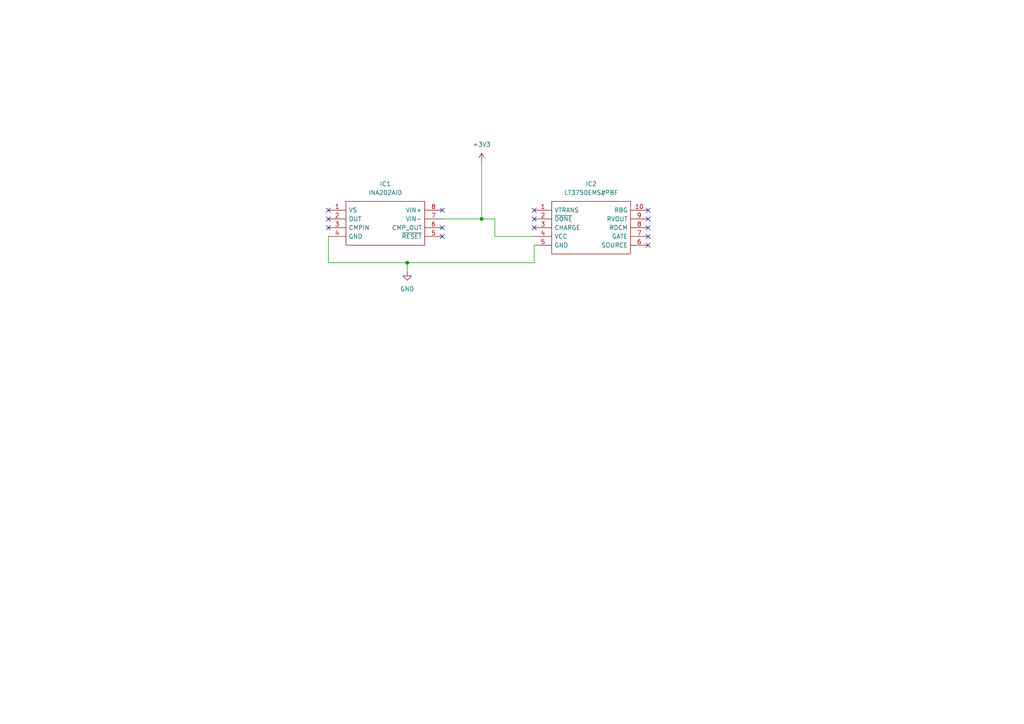
<source format=kicad_sch>
(kicad_sch (version 20211123) (generator eeschema)
  (paper "A4")
  (lib_symbols
    (symbol "INA202AID:INA202AID" (pin_names (offset 0.762))
      (property "Reference" "IC" (at 29.21 7.62 0))
      (property "Value" "INA202AID" (at 29.21 5.08 0))
      (symbol "INA202AID_0_0"
        (pin passive line (at 0 0 0) (length 5.08) (name "VS") (number "1"))
        (pin passive line (at 0 -2.54 0) (length 5.08) (name "OUT") (number "2"))
        (pin passive line (at 0 -5.08 0) (length 5.08) (name "CMPIN") (number "3"))
        (pin passive line (at 0 -7.62 0) (length 5.08) (name "GND") (number "4"))
        (pin passive line (at 33.02 -7.62 180) (length 5.08) (name "~{RESET}") (number "5"))
        (pin passive line (at 33.02 -5.08 180) (length 5.08) (name "CMP_OUT") (number "6"))
        (pin passive line (at 33.02 -2.54 180) (length 5.08) (name "VIN-") (number "7"))
        (pin passive line (at 33.02 0 180) (length 5.08) (name "VIN+") (number "8"))
      )
      (symbol "INA202AID_0_1"
        (polyline (pts (xy 5.08 2.54) (xy 27.94 2.54) (xy 27.94 -10.16) (xy 5.08 -10.16) (xy 5.08 2.54)) (stroke (width 0.1524)))
      )
    )
    (symbol "LT3750EMS#PBF:LT3750EMS#PBF" (pin_names (offset 0.762))
      (property "Reference" "IC" (at 29.21 7.62 0))
      (property "Value" "LT3750EMS#PBF" (at 29.21 5.08 0))
      (symbol "LT3750EMS#PBF_0_0"
        (pin passive line (at 0 0 0) (length 5.08) (name "VTRANS") (number "1"))
        (pin passive line (at 33.02 0 180) (length 5.08) (name "RBG") (number "10"))
        (pin passive line (at 0 -2.54 0) (length 5.08) (name "~{DONE}") (number "2"))
        (pin passive line (at 0 -5.08 0) (length 5.08) (name "CHARGE") (number "3"))
        (pin passive line (at 0 -7.62 0) (length 5.08) (name "VCC") (number "4"))
        (pin passive line (at 0 -10.16 0) (length 5.08) (name "GND") (number "5"))
        (pin passive line (at 33.02 -10.16 180) (length 5.08) (name "SOURCE") (number "6"))
        (pin passive line (at 33.02 -7.62 180) (length 5.08) (name "GATE") (number "7"))
        (pin passive line (at 33.02 -5.08 180) (length 5.08) (name "RDCM") (number "8"))
        (pin passive line (at 33.02 -2.54 180) (length 5.08) (name "RVOUT") (number "9"))
      )
      (symbol "LT3750EMS#PBF_0_1"
        (polyline (pts (xy 5.08 2.54) (xy 27.94 2.54) (xy 27.94 -12.7) (xy 5.08 -12.7) (xy 5.08 2.54)) (stroke (width 0.1524)))
      )
    )
    (symbol "power:+3V3" (power) (pin_names (offset 0))
      (property "Value" "+3V3" (at 0 3.556 0))
      (symbol "+3V3_0_1"
        (polyline (pts (xy -0.762 1.27) (xy 0 2.54)))
        (polyline (pts (xy 0 0) (xy 0 2.54)))
        (polyline (pts (xy 0 2.54) (xy 0.762 1.27)))
      )
      (symbol "+3V3_1_1"
        (pin power_in line (at 0 0 90) (length 0) hide (name "+3V3") (number "1"))
      )
    )
    (symbol "power:GND" (power) (pin_names (offset 0))
      (property "Value" "GND" (at 0 -3.81 0))
      (symbol "GND_0_1"
        (polyline (pts (xy 0 0) (xy 0 -1.27) (xy 1.27 -1.27) (xy 0 -2.54) (xy -1.27 -1.27) (xy 0 -1.27)))
      )
      (symbol "GND_1_1"
        (pin power_in line (at 0 0 270) (length 0) hide (name "GND") (number "1"))
      )
    )
  )
  (junction (at 118.11 76.2))
  (junction (at 139.7 63.5))
  (no_connect (at 95.25 63.5))
  (no_connect (at 95.25 60.96))
  (no_connect (at 95.25 66.04))
  (no_connect (at 154.94 66.04))
  (no_connect (at 154.94 63.5))
  (no_connect (at 128.27 66.04))
  (no_connect (at 128.27 68.58))
  (no_connect (at 128.27 60.96))
  (no_connect (at 154.94 60.96))
  (no_connect (at 187.96 71.12))
  (no_connect (at 187.96 63.5))
  (no_connect (at 187.96 66.04))
  (no_connect (at 187.96 68.58))
  (no_connect (at 187.96 60.96))
  (wire (pts (xy 154.94 71.12) (xy 154.94 76.2)))
  (wire (pts (xy 154.94 76.2) (xy 118.11 76.2)))
  (wire (pts (xy 143.51 63.5) (xy 143.51 68.58)))
  (wire (pts (xy 128.27 63.5) (xy 139.7 63.5)))
  (wire (pts (xy 139.7 46.99) (xy 139.7 63.5)))
  (wire (pts (xy 95.25 68.58) (xy 95.25 76.2)))
  (wire (pts (xy 143.51 68.58) (xy 154.94 68.58)))
  (wire (pts (xy 118.11 76.2) (xy 95.25 76.2)))
  (wire (pts (xy 118.11 76.2) (xy 118.11 78.74)))
  (wire (pts (xy 139.7 63.5) (xy 143.51 63.5)))
  (symbol (lib_id "power:+3V3") (at 139.7 46.99 0) (unit 1)
    (property "Reference" "#PWR0101" (effects hide))
    (property "Value" "+3V3" (at 139.7 41.91 0))
  )
  (symbol (lib_id "INA202AID:INA202AID") (at 95.25 60.96 0) (unit 1)
    (property "Reference" "IC1" (at 111.76 53.34 0))
    (property "Value" "INA202AID" (at 111.76 55.88 0))
    (property "Footprint" "SOIC127P600X175-8N" (effects hide))
    (property "Datasheet" "http://www.ti.com/lit/gpn/ina202" (effects hide))
    (property "Description" "80V, Low- or High-side, High-Speed, Voltage Out Current Shunt Monitor with Comparator and Reference" (effects hide))
    (property "Height" "1.75" (effects hide))
    (property "Manufacturer_Name" "Texas Instruments" (effects hide))
    (property "Manufacturer_Part_Number" "INA202AID" (effects hide))
    (property "Mouser Part Number" "595-INA202AID" (effects hide))
    (property "Mouser Price/Stock" "https://www.mouser.co.uk/ProductDetail/Texas-Instruments/INA202AID?qs=wkx8pu8tL7Iy9wWY7D7JcQ%3D%3D" (effects hide))
    (property "Arrow Part Number" "INA202AID" (effects hide))
    (property "Arrow Price/Stock" "https://www.arrow.com/en/products/ina202aid/texas-instruments" (effects hide))
  )
  (symbol (lib_id "power:GND") (at 118.11 78.74 0) (unit 1)
    (property "Reference" "#PWR0102" (effects hide))
    (property "Value" "GND" (at 118.11 83.82 0))
  )
  (symbol (lib_id "LT3750EMS#PBF:LT3750EMS#PBF") (at 154.94 60.96 0) (unit 1)
    (property "Reference" "IC2" (at 171.45 53.34 0))
    (property "Value" "LT3750EMS#PBF" (at 171.45 55.88 0))
    (property "Footprint" "SOP50P490X110-10N" (effects hide))
    (property "Datasheet" "http://cds.linear.com/docs/en/datasheet/3750fa.pdf" (effects hide))
    (property "Description" "Linear Technology LT3750EMS#PBF, Battery Charge Controller, 10-Pin MSOP" (effects hide))
    (property "Height" "1.1" (effects hide))
    (property "Manufacturer_Name" "Linear Technology" (effects hide))
    (property "Manufacturer_Part_Number" "LT3750EMS#PBF" (effects hide))
    (property "Mouser Part Number" "584-LT3750EMS#PBF" (effects hide))
    (property "Mouser Price/Stock" "https://www.mouser.co.uk/ProductDetail/Analog-Devices-Linear-Technology/LT3750EMSPBF?qs=hVkxg5c3xu%252BzChPcGTCZwQ%3D%3D" (effects hide))
    (property "Arrow Part Number" "LT3750EMS#PBF" (effects hide))
    (property "Arrow Price/Stock" "https://www.arrow.com/en/products/lt3750emspbf/linear-technology" (effects hide))
  )
)
</source>
